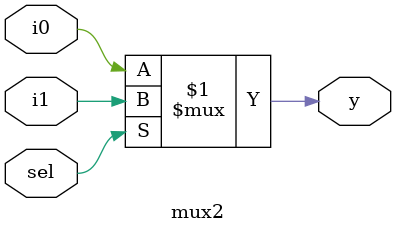
<source format=v>
module mux2(input wire i0, input wire i1, input wire sel, output wire y);
  assign y = sel ? i1 : i0;
endmodule

</source>
